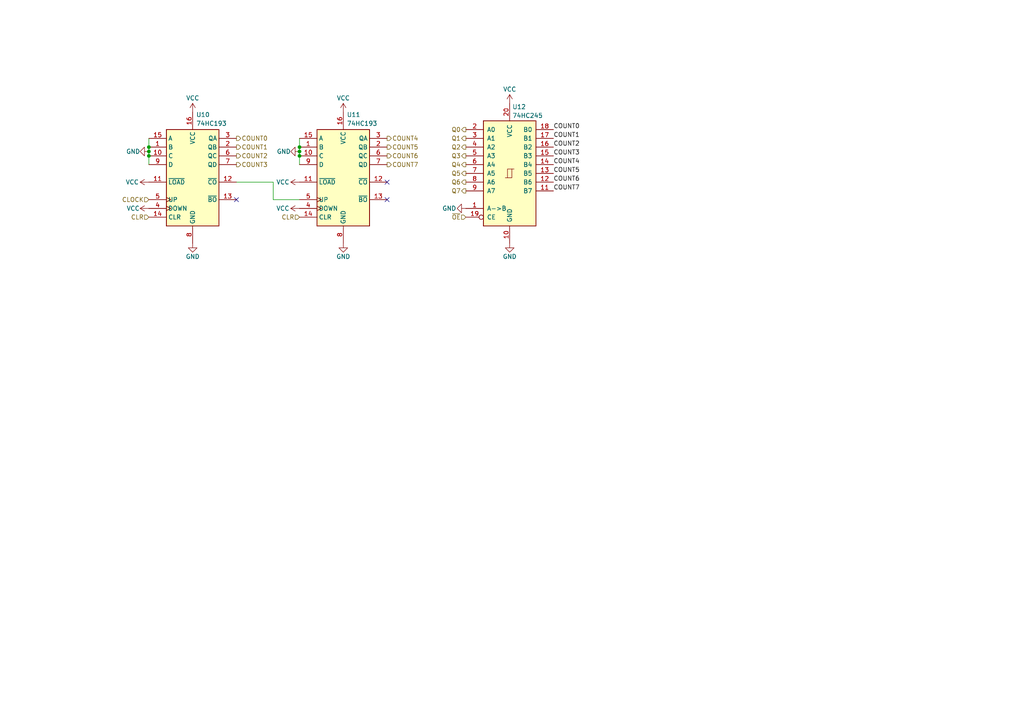
<source format=kicad_sch>
(kicad_sch (version 20211123) (generator eeschema)
  (paper "A4")
  (lib_symbols
    (symbol "74xx:74LS193"
      (property "Reference" "U" (at -7.62 13.97 0))
      (property "Value" "74LS193" (at 5.08 13.97 0))
      (symbol "74LS193_1_0"
        (pin input line (at -12.7 7.62 0) (length 5.08) (name "B") (number "1"))
        (pin input line (at -12.7 5.08 0) (length 5.08) (name "C") (number "10"))
        (pin input line (at -12.7 -2.54 0) (length 5.08) (name "~{LOAD}") (number "11"))
        (pin output line (at 12.7 -2.54 180) (length 5.08) (name "~{CO}") (number "12"))
        (pin output line (at 12.7 -7.62 180) (length 5.08) (name "~{BO}") (number "13"))
        (pin input line (at -12.7 -12.7 0) (length 5.08) (name "CLR") (number "14"))
        (pin input line (at -12.7 10.16 0) (length 5.08) (name "A") (number "15"))
        (pin power_in line (at 0 17.78 270) (length 5.08) (name "VCC") (number "16"))
        (pin output line (at 12.7 7.62 180) (length 5.08) (name "QB") (number "2"))
        (pin output line (at 12.7 10.16 180) (length 5.08) (name "QA") (number "3"))
        (pin input clock (at -12.7 -10.16 0) (length 5.08) (name "DOWN") (number "4"))
        (pin input clock (at -12.7 -7.62 0) (length 5.08) (name "UP") (number "5"))
        (pin output line (at 12.7 5.08 180) (length 5.08) (name "QC") (number "6"))
        (pin output line (at 12.7 2.54 180) (length 5.08) (name "QD") (number "7"))
        (pin power_in line (at 0 -20.32 90) (length 5.08) (name "GND") (number "8"))
        (pin input line (at -12.7 2.54 0) (length 5.08) (name "D") (number "9"))
      )
      (symbol "74LS193_1_1"
        (rectangle (start -7.62 12.7) (end 7.62 -15.24) (stroke (width 0.254)) (fill (type background)))
      )
    )
    (symbol "74xx:74LS245" (pin_names (offset 1.016))
      (property "Reference" "U" (at -7.62 16.51 0))
      (property "Value" "74LS245" (at -7.62 -16.51 0))
      (symbol "74LS245_1_0"
        (polyline (pts (xy -0.635 -1.27) (xy -0.635 1.27) (xy 0.635 1.27)))
        (polyline (pts (xy -1.27 -1.27) (xy 0.635 -1.27) (xy 0.635 1.27) (xy 1.27 1.27)))
        (pin input line (at -12.7 -10.16 0) (length 5.08) (name "A->B") (number "1"))
        (pin power_in line (at 0 -20.32 90) (length 5.08) (name "GND") (number "10"))
        (pin tri_state line (at 12.7 -5.08 180) (length 5.08) (name "B7") (number "11"))
        (pin tri_state line (at 12.7 -2.54 180) (length 5.08) (name "B6") (number "12"))
        (pin tri_state line (at 12.7 0 180) (length 5.08) (name "B5") (number "13"))
        (pin tri_state line (at 12.7 2.54 180) (length 5.08) (name "B4") (number "14"))
        (pin tri_state line (at 12.7 5.08 180) (length 5.08) (name "B3") (number "15"))
        (pin tri_state line (at 12.7 7.62 180) (length 5.08) (name "B2") (number "16"))
        (pin tri_state line (at 12.7 10.16 180) (length 5.08) (name "B1") (number "17"))
        (pin tri_state line (at 12.7 12.7 180) (length 5.08) (name "B0") (number "18"))
        (pin input inverted (at -12.7 -12.7 0) (length 5.08) (name "CE") (number "19"))
        (pin tri_state line (at -12.7 12.7 0) (length 5.08) (name "A0") (number "2"))
        (pin power_in line (at 0 20.32 270) (length 5.08) (name "VCC") (number "20"))
        (pin tri_state line (at -12.7 10.16 0) (length 5.08) (name "A1") (number "3"))
        (pin tri_state line (at -12.7 7.62 0) (length 5.08) (name "A2") (number "4"))
        (pin tri_state line (at -12.7 5.08 0) (length 5.08) (name "A3") (number "5"))
        (pin tri_state line (at -12.7 2.54 0) (length 5.08) (name "A4") (number "6"))
        (pin tri_state line (at -12.7 0 0) (length 5.08) (name "A5") (number "7"))
        (pin tri_state line (at -12.7 -2.54 0) (length 5.08) (name "A6") (number "8"))
        (pin tri_state line (at -12.7 -5.08 0) (length 5.08) (name "A7") (number "9"))
      )
      (symbol "74LS245_1_1"
        (rectangle (start -7.62 15.24) (end 7.62 -15.24) (stroke (width 0.254)) (fill (type background)))
      )
    )
    (symbol "power:GND" (power) (pin_names (offset 0))
      (property "Value" "GND" (at 0 -3.81 0))
      (symbol "GND_0_1"
        (polyline (pts (xy 0 0) (xy 0 -1.27) (xy 1.27 -1.27) (xy 0 -2.54) (xy -1.27 -1.27) (xy 0 -1.27)))
      )
      (symbol "GND_1_1"
        (pin power_in line (at 0 0 270) (length 0) hide (name "GND") (number "1"))
      )
    )
    (symbol "power:VCC" (power) (pin_names (offset 0))
      (property "Value" "VCC" (at 0 3.81 0))
      (symbol "VCC_0_1"
        (polyline (pts (xy -0.762 1.27) (xy 0 2.54)))
        (polyline (pts (xy 0 0) (xy 0 2.54)))
        (polyline (pts (xy 0 2.54) (xy 0.762 1.27)))
      )
      (symbol "VCC_1_1"
        (pin power_in line (at 0 0 90) (length 0) hide (name "VCC") (number "1"))
      )
    )
  )
  (junction (at 43.18 43.942))
  (junction (at 86.868 43.942))
  (junction (at 43.18 42.672))
  (junction (at 86.868 42.672))
  (junction (at 86.868 45.212))
  (junction (at 43.18 45.212))
  (no_connect (at 112.268 52.832))
  (no_connect (at 68.58 57.912))
  (no_connect (at 112.268 57.912))
  (wire (pts (xy 86.868 42.672) (xy 86.868 43.942)))
  (wire (pts (xy 86.868 43.942) (xy 86.868 45.212)))
  (wire (pts (xy 86.868 45.212) (xy 86.868 47.752)))
  (wire (pts (xy 43.18 43.942) (xy 43.18 45.212)))
  (wire (pts (xy 86.868 40.132) (xy 86.868 42.672)))
  (wire (pts (xy 79.248 57.912) (xy 86.868 57.912)))
  (wire (pts (xy 43.18 45.212) (xy 43.18 47.752)))
  (wire (pts (xy 43.18 42.672) (xy 43.18 43.942)))
  (wire (pts (xy 68.58 52.832) (xy 79.248 52.832)))
  (wire (pts (xy 79.248 52.832) (xy 79.248 57.912)))
  (wire (pts (xy 43.18 40.132) (xy 43.18 42.672)))
  (label "COUNT5" (at 160.528 50.292 0))
  (label "COUNT3" (at 160.528 45.212 0))
  (label "COUNT6" (at 160.528 52.832 0))
  (label "COUNT4" (at 160.528 47.752 0))
  (label "COUNT0" (at 160.528 37.592 0))
  (label "COUNT2" (at 160.528 42.672 0))
  (label "COUNT7" (at 160.528 55.372 0))
  (label "COUNT1" (at 160.528 40.132 0))
  (hierarchical_label "~{OE}" (shape input) (at 135.128 62.992 180))
  (hierarchical_label "Q6" (shape output) (at 135.128 52.832 180))
  (hierarchical_label "Q3" (shape output) (at 135.128 45.212 180))
  (hierarchical_label "COUNT6" (shape output) (at 112.268 45.212 0))
  (hierarchical_label "CLR" (shape input) (at 43.18 62.992 180))
  (hierarchical_label "COUNT4" (shape output) (at 112.268 40.132 0))
  (hierarchical_label "COUNT3" (shape output) (at 68.58 47.752 0))
  (hierarchical_label "Q1" (shape output) (at 135.128 40.132 180))
  (hierarchical_label "Q4" (shape output) (at 135.128 47.752 180))
  (hierarchical_label "Q2" (shape output) (at 135.128 42.672 180))
  (hierarchical_label "Q5" (shape output) (at 135.128 50.292 180))
  (hierarchical_label "COUNT1" (shape output) (at 68.58 42.672 0))
  (hierarchical_label "COUNT7" (shape output) (at 112.268 47.752 0))
  (hierarchical_label "CLOCK" (shape input) (at 43.18 57.912 180))
  (hierarchical_label "Q0" (shape output) (at 135.128 37.592 180))
  (hierarchical_label "COUNT0" (shape output) (at 68.58 40.132 0))
  (hierarchical_label "COUNT2" (shape output) (at 68.58 45.212 0))
  (hierarchical_label "CLR" (shape input) (at 86.868 62.992 180))
  (hierarchical_label "COUNT5" (shape output) (at 112.268 42.672 0))
  (hierarchical_label "Q7" (shape output) (at 135.128 55.372 180))
  (symbol (lib_id "power:VCC") (at 55.88 32.512 0)
    (property "Reference" "#PWR040" (effects hide))
    (property "Value" "VCC" (at 55.88 28.448 0))
  )
  (symbol (lib_id "power:GND") (at 147.828 70.612 0)
    (property "Reference" "#PWR049" (effects hide))
    (property "Value" "GND" (at 147.828 74.422 0))
  )
  (symbol (lib_id "power:VCC") (at 43.18 60.452 90)
    (property "Reference" "#PWR039" (effects hide))
    (property "Value" "VCC" (at 38.608 60.452 90))
  )
  (symbol (lib_id "power:GND") (at 86.868 43.942 270)
    (property "Reference" "#PWR042" (effects hide))
    (property "Value" "GND" (at 82.296 43.942 90))
  )
  (symbol (lib_id "power:GND") (at 135.128 60.452 270)
    (property "Reference" "#PWR0102" (effects hide))
    (property "Value" "GND" (at 130.302 60.452 90))
  )
  (symbol (lib_id "74xx:74LS193") (at 55.88 50.292 0)
    (property "Reference" "U10" (at 56.896 33.274 0) (effects (justify left)))
    (property "Value" "74HC193" (at 56.896 35.814 0) (effects (justify left)))
    (property "Footprint" "Package_SO:SOIC-16_4.55x10.3mm_P1.27mm" (effects hide))
    (property "Datasheet" "http://www.ti.com/lit/ds/symlink/sn74ls193.pdf" (effects hide))
  )
  (symbol (lib_id "power:VCC") (at 43.18 52.832 90)
    (property "Reference" "#PWR038" (effects hide))
    (property "Value" "VCC" (at 38.354 52.832 90))
  )
  (symbol (lib_id "power:VCC") (at 86.868 60.452 90)
    (property "Reference" "#PWR044" (effects hide))
    (property "Value" "VCC" (at 82.042 60.452 90))
  )
  (symbol (lib_id "74xx:74LS193") (at 99.568 50.292 0)
    (property "Reference" "U11" (at 100.584 33.274 0) (effects (justify left)))
    (property "Value" "74HC193" (at 100.584 35.814 0) (effects (justify left)))
    (property "Footprint" "Package_SO:SOIC-16_4.55x10.3mm_P1.27mm" (effects hide))
    (property "Datasheet" "http://www.ti.com/lit/ds/symlink/sn74ls193.pdf" (effects hide))
  )
  (symbol (lib_id "power:VCC") (at 99.568 32.512 0)
    (property "Reference" "#PWR045" (effects hide))
    (property "Value" "VCC" (at 99.568 28.448 0))
  )
  (symbol (lib_id "74xx:74LS245") (at 147.828 50.292 0)
    (property "Reference" "U12" (at 148.59 30.988 0) (effects (justify left)))
    (property "Value" "74HC245" (at 148.59 33.528 0) (effects (justify left)))
    (property "Footprint" "Package_SO:SOIC-20W_7.5x12.8mm_P1.27mm" (effects hide))
    (property "Datasheet" "http://www.ti.com/lit/gpn/sn74LS245" (effects hide))
  )
  (symbol (lib_id "power:GND") (at 43.18 43.942 270)
    (property "Reference" "#PWR037" (effects hide))
    (property "Value" "GND" (at 38.608 43.942 90))
  )
  (symbol (lib_id "power:GND") (at 99.568 70.612 0)
    (property "Reference" "#PWR046" (effects hide))
    (property "Value" "GND" (at 99.568 74.422 0))
  )
  (symbol (lib_id "power:GND") (at 55.88 70.612 0)
    (property "Reference" "#PWR041" (effects hide))
    (property "Value" "GND" (at 55.88 74.422 0))
  )
  (symbol (lib_id "power:VCC") (at 86.868 52.832 90)
    (property "Reference" "#PWR043" (effects hide))
    (property "Value" "VCC" (at 82.042 52.832 90))
  )
  (symbol (lib_id "power:VCC") (at 147.828 29.972 0)
    (property "Reference" "#PWR048" (effects hide))
    (property "Value" "VCC" (at 147.828 25.908 0))
  )
)
</source>
